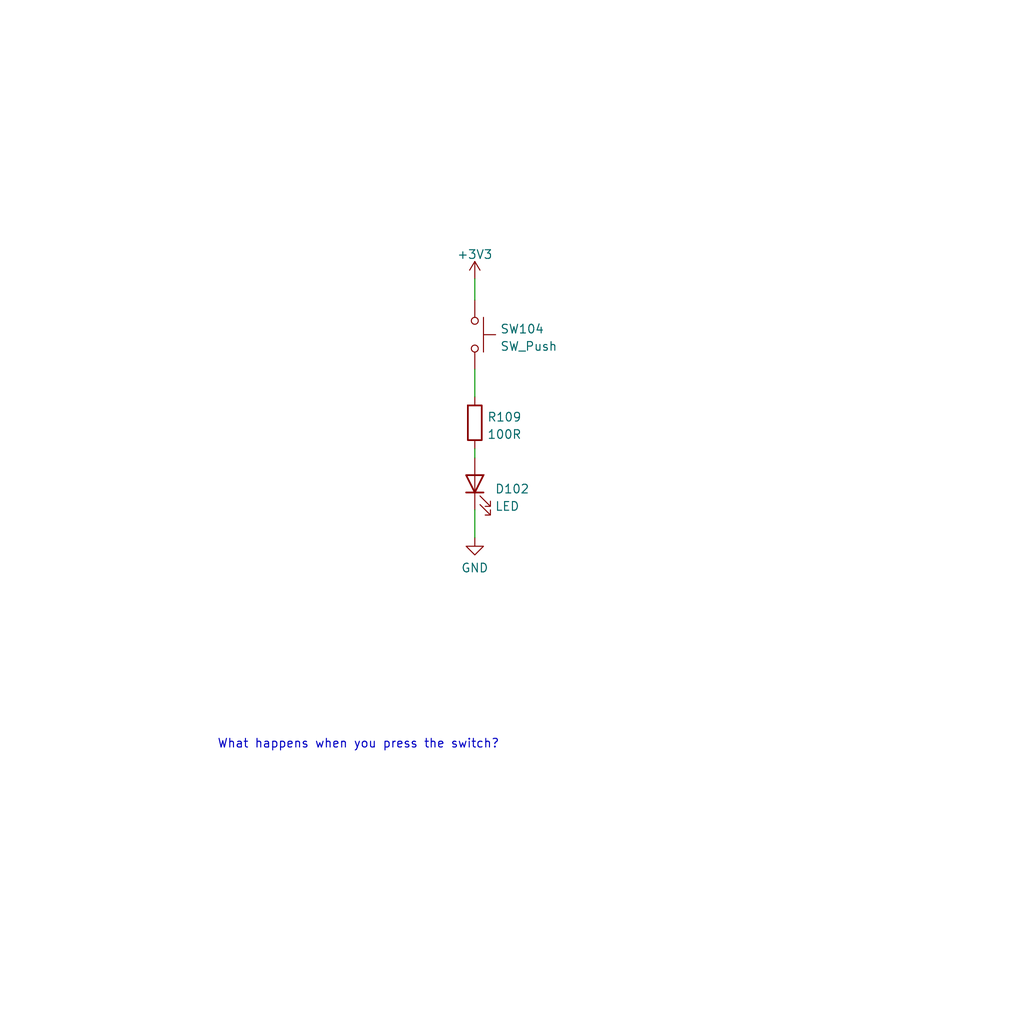
<source format=kicad_sch>
(kicad_sch (version 20211123) (generator eeschema)
  (paper "User" 150.012 150.012)
  (lib_symbols
    (symbol "Device:LED" (pin_numbers hide) (pin_names (offset 1.016) hide)
      (property "Reference" "D" (at 0 2.54 0))
      (property "Value" "LED" (at 0 -2.54 0))
      (symbol "LED_0_1"
        (polyline (pts (xy -1.27 -1.27) (xy -1.27 1.27)) (stroke (width 0.254)))
        (polyline (pts (xy -1.27 0) (xy 1.27 0)))
        (polyline (pts (xy 1.27 -1.27) (xy 1.27 1.27) (xy -1.27 0) (xy 1.27 -1.27)) (stroke (width 0.254)))
        (polyline (pts (xy -3.048 -0.762) (xy -4.572 -2.286) (xy -3.81 -2.286) (xy -4.572 -2.286) (xy -4.572 -1.524)))
        (polyline (pts (xy -1.778 -0.762) (xy -3.302 -2.286) (xy -2.54 -2.286) (xy -3.302 -2.286) (xy -3.302 -1.524)))
      )
      (symbol "LED_1_1"
        (pin passive line (at -3.81 0 0) (length 2.54) (name "K") (number "1"))
        (pin passive line (at 3.81 0 180) (length 2.54) (name "A") (number "2"))
      )
    )
    (symbol "Device:R" (pin_numbers hide) (pin_names (offset 0))
      (property "Reference" "R" (at 2.032 0 90))
      (property "Value" "R" (at 0 0 90))
      (symbol "R_0_1"
        (rectangle (start -1.016 -2.54) (end 1.016 2.54) (stroke (width 0.254)))
      )
      (symbol "R_1_1"
        (pin passive line (at 0 3.81 270) (length 1.27) (name "~") (number "1"))
        (pin passive line (at 0 -3.81 90) (length 1.27) (name "~") (number "2"))
      )
    )
    (symbol "Switch:SW_Push" (pin_numbers hide) (pin_names (offset 1.016) hide)
      (property "Reference" "SW" (at 1.27 2.54 0))
      (property "Value" "SW_Push" (at 0 -1.524 0))
      (symbol "SW_Push_0_1"
        (circle (center -2.032 0) (radius 0.508))
        (polyline (pts (xy 0 1.27) (xy 0 3.048)))
        (polyline (pts (xy 2.54 1.27) (xy -2.54 1.27)))
        (circle (center 2.032 0) (radius 0.508))
        (pin passive line (at -5.08 0 0) (length 2.54) (name "1") (number "1"))
        (pin passive line (at 5.08 0 180) (length 2.54) (name "2") (number "2"))
      )
    )
    (symbol "power:+3V3" (power) (pin_names (offset 0))
      (property "Value" "+3V3" (at 0 3.556 0))
      (symbol "+3V3_0_1"
        (polyline (pts (xy -0.762 1.27) (xy 0 2.54)))
        (polyline (pts (xy 0 0) (xy 0 2.54)))
        (polyline (pts (xy 0 2.54) (xy 0.762 1.27)))
      )
      (symbol "+3V3_1_1"
        (pin power_in line (at 0 0 90) (length 0) hide (name "+3V3") (number "1"))
      )
    )
    (symbol "power:GND" (power) (pin_names (offset 0))
      (property "Value" "GND" (at 0 -3.81 0))
      (symbol "GND_0_1"
        (polyline (pts (xy 0 0) (xy 0 -1.27) (xy 1.27 -1.27) (xy 0 -2.54) (xy -1.27 -1.27) (xy 0 -1.27)))
      )
      (symbol "GND_1_1"
        (pin power_in line (at 0 0 270) (length 0) hide (name "GND") (number "1"))
      )
    )
  )
  (wire (pts (xy 69.5452 40.8432) (xy 69.5452 43.942)))
  (wire (pts (xy 69.5452 54.102) (xy 69.5452 58.1152)))
  (wire (pts (xy 69.5452 65.7352) (xy 69.5452 67.056)))
  (wire (pts (xy 69.5452 74.676) (xy 69.5452 78.74)))
  (text "What happens when you press the switch?" (at 31.8008 109.8296 0) (effects (font (size 1.27 1.27)) (justify left bottom)))
  (symbol (lib_id "power:+3V3") (at 69.5452 40.8432 0) (unit 1)
    (property "Reference" "#PWR?" (effects hide))
    (property "Value" "+3V3" (at 69.5452 37.2674 0))
  )
  (symbol (lib_id "Device:LED") (at 69.5452 70.866 90) (unit 1)
    (property "Reference" "D102" (at 72.4662 71.6188 90) (effects (justify right)))
    (property "Value" "LED" (at 72.4662 74.1557 90) (effects (justify right)))
  )
  (symbol (lib_id "Device:R") (at 69.5452 61.9252 0) (unit 1)
    (property "Reference" "R109" (at 71.3232 61.0905 0) (effects (justify left)))
    (property "Value" "100R" (at 71.3232 63.6274 0) (effects (justify left)))
  )
  (symbol (lib_id "power:GND") (at 69.5452 78.74 0) (unit 1)
    (property "Reference" "#PWR02" (effects hide))
    (property "Value" "GND" (at 69.5452 83.1834 0))
  )
  (symbol (lib_id "Switch:SW_Push") (at 69.5452 49.022 270) (unit 1)
    (property "Reference" "SW104" (at 73.2282 48.1873 90) (effects (justify left)))
    (property "Value" "SW_Push" (at 73.2282 50.7242 90) (effects (justify left)))
  )
)
</source>
